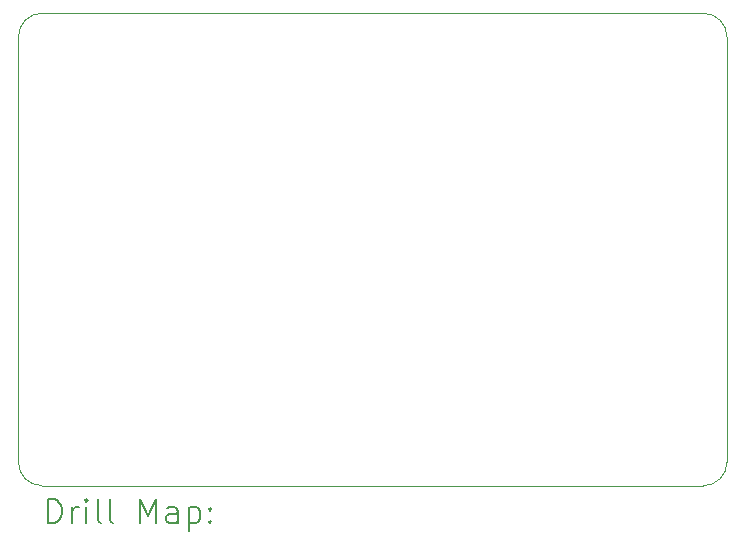
<source format=gbr>
%FSLAX45Y45*%
G04 Gerber Fmt 4.5, Leading zero omitted, Abs format (unit mm)*
G04 Created by KiCad (PCBNEW 6.0.0) date 2022-01-10 14:38:26*
%MOMM*%
%LPD*%
G01*
G04 APERTURE LIST*
%TA.AperFunction,Profile*%
%ADD10C,0.100000*%
%TD*%
%ADD11C,0.200000*%
G04 APERTURE END LIST*
D10*
X13000000Y-11300000D02*
G75*
G03*
X13200000Y-11500000I200000J0D01*
G01*
X18800000Y-11500000D02*
X13200000Y-11500000D01*
X13200000Y-7500000D02*
X18800000Y-7500000D01*
X13000000Y-11300000D02*
X13000000Y-7700000D01*
X19000000Y-7700000D02*
G75*
G03*
X18800000Y-7500000I-200000J0D01*
G01*
X18800000Y-11500000D02*
G75*
G03*
X19000000Y-11300000I0J200000D01*
G01*
X13200000Y-7500000D02*
G75*
G03*
X13000000Y-7700000I0J-200000D01*
G01*
X19000000Y-7700000D02*
X19000000Y-11300000D01*
D11*
X13252619Y-11815476D02*
X13252619Y-11615476D01*
X13300238Y-11615476D01*
X13328809Y-11625000D01*
X13347857Y-11644048D01*
X13357381Y-11663095D01*
X13366905Y-11701190D01*
X13366905Y-11729762D01*
X13357381Y-11767857D01*
X13347857Y-11786905D01*
X13328809Y-11805952D01*
X13300238Y-11815476D01*
X13252619Y-11815476D01*
X13452619Y-11815476D02*
X13452619Y-11682143D01*
X13452619Y-11720238D02*
X13462143Y-11701190D01*
X13471667Y-11691667D01*
X13490714Y-11682143D01*
X13509762Y-11682143D01*
X13576428Y-11815476D02*
X13576428Y-11682143D01*
X13576428Y-11615476D02*
X13566905Y-11625000D01*
X13576428Y-11634524D01*
X13585952Y-11625000D01*
X13576428Y-11615476D01*
X13576428Y-11634524D01*
X13700238Y-11815476D02*
X13681190Y-11805952D01*
X13671667Y-11786905D01*
X13671667Y-11615476D01*
X13805000Y-11815476D02*
X13785952Y-11805952D01*
X13776428Y-11786905D01*
X13776428Y-11615476D01*
X14033571Y-11815476D02*
X14033571Y-11615476D01*
X14100238Y-11758333D01*
X14166905Y-11615476D01*
X14166905Y-11815476D01*
X14347857Y-11815476D02*
X14347857Y-11710714D01*
X14338333Y-11691667D01*
X14319286Y-11682143D01*
X14281190Y-11682143D01*
X14262143Y-11691667D01*
X14347857Y-11805952D02*
X14328809Y-11815476D01*
X14281190Y-11815476D01*
X14262143Y-11805952D01*
X14252619Y-11786905D01*
X14252619Y-11767857D01*
X14262143Y-11748809D01*
X14281190Y-11739286D01*
X14328809Y-11739286D01*
X14347857Y-11729762D01*
X14443095Y-11682143D02*
X14443095Y-11882143D01*
X14443095Y-11691667D02*
X14462143Y-11682143D01*
X14500238Y-11682143D01*
X14519286Y-11691667D01*
X14528809Y-11701190D01*
X14538333Y-11720238D01*
X14538333Y-11777381D01*
X14528809Y-11796428D01*
X14519286Y-11805952D01*
X14500238Y-11815476D01*
X14462143Y-11815476D01*
X14443095Y-11805952D01*
X14624048Y-11796428D02*
X14633571Y-11805952D01*
X14624048Y-11815476D01*
X14614524Y-11805952D01*
X14624048Y-11796428D01*
X14624048Y-11815476D01*
X14624048Y-11691667D02*
X14633571Y-11701190D01*
X14624048Y-11710714D01*
X14614524Y-11701190D01*
X14624048Y-11691667D01*
X14624048Y-11710714D01*
M02*

</source>
